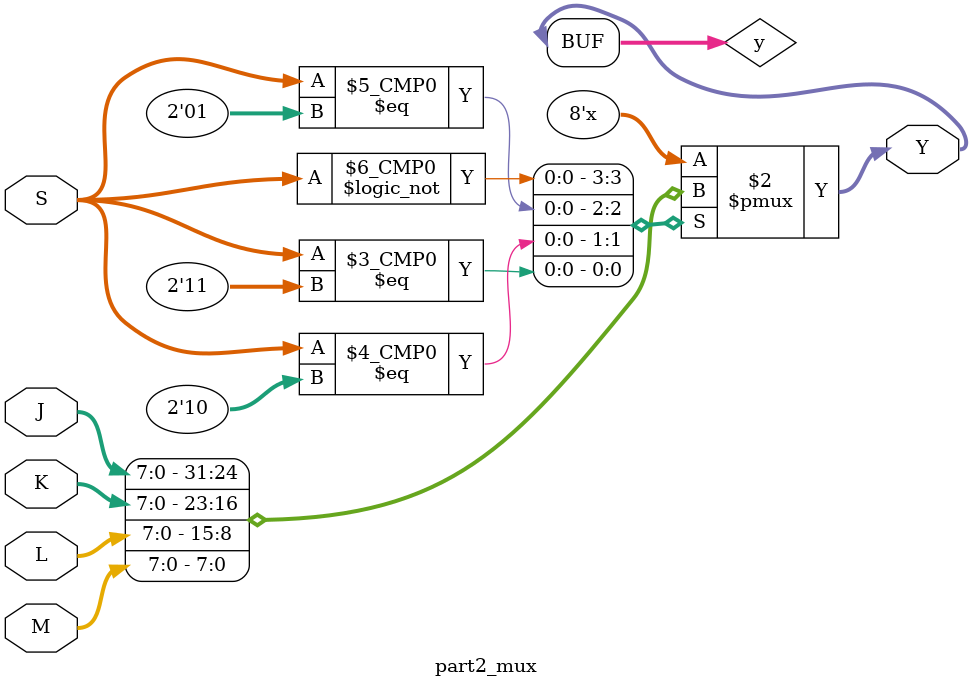
<source format=v>
`timescale 1ns / 1ps


module part2_mux(
    input [7:0] J,K,L,M,
    input [1:0] S,
    output [7:0] Y
    );
    reg [7:0] y;
    always@(S) begin
        case (S)
            2'b00:y = J;
            2'b01:y = K;
            2'b10:y = L;
            2'b11:y = M;
        endcase
     end
     assign Y = y;
endmodule

</source>
